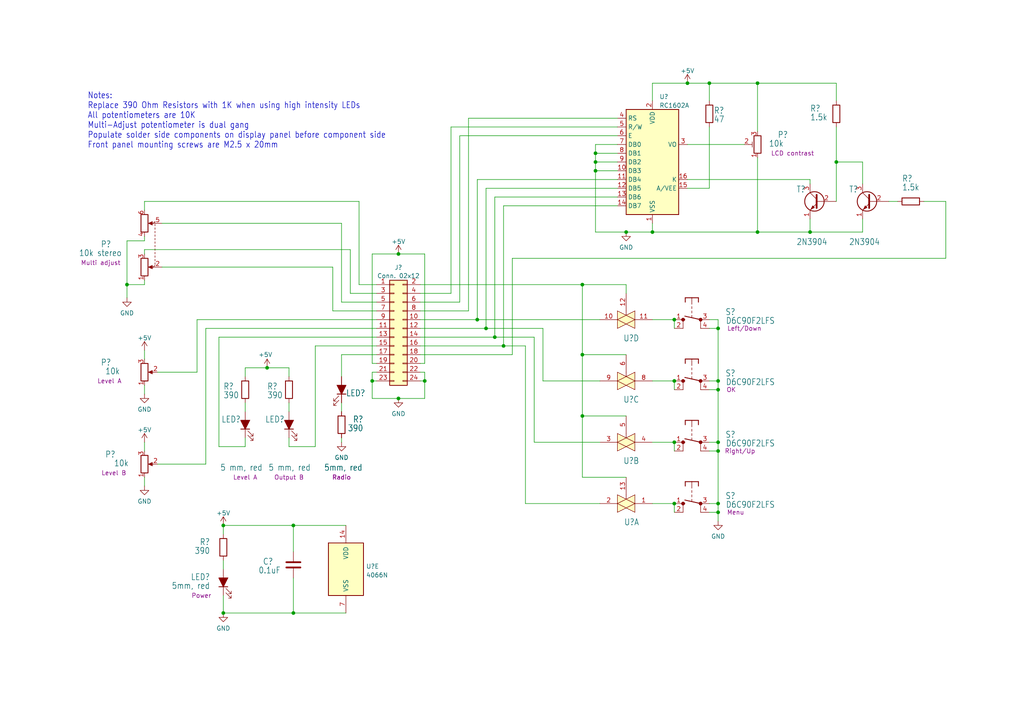
<source format=kicad_sch>
(kicad_sch (version 20211123) (generator eeschema)
  (paper "A4")
  (lib_symbols
    (symbol "4xxx:4066" (pin_names (offset 1.016))
      (property "Reference" "U" (at -7.62 8.89 0))
      (property "Value" "4066" (at -7.62 -8.89 0))
      (symbol "4066_1_0"
        (polyline (pts (xy 0 1.27) (xy 0 2.54)) (stroke (width 0.1524)))
        (polyline (pts (xy -2.54 0) (xy 2.54 2.54) (xy 2.54 -2.54) (xy -2.54 0)) (fill (type background)))
        (polyline (pts (xy -2.54 2.54) (xy 2.54 0) (xy -2.54 -2.54) (xy -2.54 2.54)) (fill (type background)))
        (pin passive line (at -7.62 0 0) (length 5.08) (name "~") (number "1"))
        (pin input line (at 0 7.62 270) (length 5.08) (name "~") (number "13"))
        (pin passive line (at 7.62 0 180) (length 5.08) (name "~") (number "2"))
      )
      (symbol "4066_2_0"
        (polyline (pts (xy 0 1.27) (xy 0 2.54)) (stroke (width 0.1524)))
        (polyline (pts (xy -2.54 0) (xy 2.54 2.54) (xy 2.54 -2.54) (xy -2.54 0)) (fill (type background)))
        (polyline (pts (xy -2.54 2.54) (xy 2.54 0) (xy -2.54 -2.54) (xy -2.54 2.54)) (fill (type background)))
        (pin passive line (at 7.62 0 180) (length 5.08) (name "~") (number "3"))
        (pin passive line (at -7.62 0 0) (length 5.08) (name "~") (number "4"))
        (pin input line (at 0 7.62 270) (length 5.08) (name "~") (number "5"))
      )
      (symbol "4066_3_0"
        (polyline (pts (xy 0 1.27) (xy 0 2.54)) (stroke (width 0.1524)))
        (polyline (pts (xy -2.54 0) (xy 2.54 2.54) (xy 2.54 -2.54) (xy -2.54 0)) (fill (type background)))
        (polyline (pts (xy -2.54 2.54) (xy 2.54 0) (xy -2.54 -2.54) (xy -2.54 2.54)) (fill (type background)))
        (pin input line (at 0 7.62 270) (length 5.08) (name "~") (number "6"))
        (pin passive line (at -7.62 0 0) (length 5.08) (name "~") (number "8"))
        (pin passive line (at 7.62 0 180) (length 5.08) (name "~") (number "9"))
      )
      (symbol "4066_4_0"
        (polyline (pts (xy 0 1.27) (xy 0 2.54)) (stroke (width 0.1524)))
        (polyline (pts (xy -2.54 0) (xy 2.54 2.54) (xy 2.54 -2.54) (xy -2.54 0)) (fill (type background)))
        (polyline (pts (xy -2.54 2.54) (xy 2.54 0) (xy -2.54 -2.54) (xy -2.54 2.54)) (fill (type background)))
        (pin passive line (at 7.62 0 180) (length 5.08) (name "~") (number "10"))
        (pin passive line (at -7.62 0 0) (length 5.08) (name "~") (number "11"))
        (pin input line (at 0 7.62 270) (length 5.08) (name "~") (number "12"))
      )
      (symbol "4066_5_0"
        (pin power_in line (at 0 12.7 270) (length 5.08) (name "VDD") (number "14"))
        (pin power_in line (at 0 -12.7 90) (length 5.08) (name "VSS") (number "7"))
      )
      (symbol "4066_5_1"
        (rectangle (start -5.08 7.62) (end 5.08 -7.62) (stroke (width 0.254)) (fill (type background)))
      )
    )
    (symbol "Connector_Generic:Conn_02x12_Odd_Even" (pin_names (offset 1.016) hide)
      (property "Reference" "J" (at 1.27 15.24 0))
      (property "Value" "Conn_02x12_Odd_Even" (at 1.27 -17.78 0))
      (symbol "Conn_02x12_Odd_Even_1_1"
        (rectangle (start -1.27 -15.113) (end 0 -15.367) (stroke (width 0.1524)))
        (rectangle (start -1.27 -12.573) (end 0 -12.827) (stroke (width 0.1524)))
        (rectangle (start -1.27 -10.033) (end 0 -10.287) (stroke (width 0.1524)))
        (rectangle (start -1.27 -7.493) (end 0 -7.747) (stroke (width 0.1524)))
        (rectangle (start -1.27 -4.953) (end 0 -5.207) (stroke (width 0.1524)))
        (rectangle (start -1.27 -2.413) (end 0 -2.667) (stroke (width 0.1524)))
        (rectangle (start -1.27 0.127) (end 0 -0.127) (stroke (width 0.1524)))
        (rectangle (start -1.27 2.667) (end 0 2.413) (stroke (width 0.1524)))
        (rectangle (start -1.27 5.207) (end 0 4.953) (stroke (width 0.1524)))
        (rectangle (start -1.27 7.747) (end 0 7.493) (stroke (width 0.1524)))
        (rectangle (start -1.27 10.287) (end 0 10.033) (stroke (width 0.1524)))
        (rectangle (start -1.27 12.827) (end 0 12.573) (stroke (width 0.1524)))
        (rectangle (start -1.27 13.97) (end 3.81 -16.51) (stroke (width 0.254)) (fill (type background)))
        (rectangle (start 3.81 -15.113) (end 2.54 -15.367) (stroke (width 0.1524)))
        (rectangle (start 3.81 -12.573) (end 2.54 -12.827) (stroke (width 0.1524)))
        (rectangle (start 3.81 -10.033) (end 2.54 -10.287) (stroke (width 0.1524)))
        (rectangle (start 3.81 -7.493) (end 2.54 -7.747) (stroke (width 0.1524)))
        (rectangle (start 3.81 -4.953) (end 2.54 -5.207) (stroke (width 0.1524)))
        (rectangle (start 3.81 -2.413) (end 2.54 -2.667) (stroke (width 0.1524)))
        (rectangle (start 3.81 0.127) (end 2.54 -0.127) (stroke (width 0.1524)))
        (rectangle (start 3.81 2.667) (end 2.54 2.413) (stroke (width 0.1524)))
        (rectangle (start 3.81 5.207) (end 2.54 4.953) (stroke (width 0.1524)))
        (rectangle (start 3.81 7.747) (end 2.54 7.493) (stroke (width 0.1524)))
        (rectangle (start 3.81 10.287) (end 2.54 10.033) (stroke (width 0.1524)))
        (rectangle (start 3.81 12.827) (end 2.54 12.573) (stroke (width 0.1524)))
        (pin passive line (at -5.08 12.7 0) (length 3.81) (name "Pin_1") (number "1"))
        (pin passive line (at 7.62 2.54 180) (length 3.81) (name "Pin_10") (number "10"))
        (pin passive line (at -5.08 0 0) (length 3.81) (name "Pin_11") (number "11"))
        (pin passive line (at 7.62 0 180) (length 3.81) (name "Pin_12") (number "12"))
        (pin passive line (at -5.08 -2.54 0) (length 3.81) (name "Pin_13") (number "13"))
        (pin passive line (at 7.62 -2.54 180) (length 3.81) (name "Pin_14") (number "14"))
        (pin passive line (at -5.08 -5.08 0) (length 3.81) (name "Pin_15") (number "15"))
        (pin passive line (at 7.62 -5.08 180) (length 3.81) (name "Pin_16") (number "16"))
        (pin passive line (at -5.08 -7.62 0) (length 3.81) (name "Pin_17") (number "17"))
        (pin passive line (at 7.62 -7.62 180) (length 3.81) (name "Pin_18") (number "18"))
        (pin passive line (at -5.08 -10.16 0) (length 3.81) (name "Pin_19") (number "19"))
        (pin passive line (at 7.62 12.7 180) (length 3.81) (name "Pin_2") (number "2"))
        (pin passive line (at 7.62 -10.16 180) (length 3.81) (name "Pin_20") (number "20"))
        (pin passive line (at -5.08 -12.7 0) (length 3.81) (name "Pin_21") (number "21"))
        (pin passive line (at 7.62 -12.7 180) (length 3.81) (name "Pin_22") (number "22"))
        (pin passive line (at -5.08 -15.24 0) (length 3.81) (name "Pin_23") (number "23"))
        (pin passive line (at 7.62 -15.24 180) (length 3.81) (name "Pin_24") (number "24"))
        (pin passive line (at -5.08 10.16 0) (length 3.81) (name "Pin_3") (number "3"))
        (pin passive line (at 7.62 10.16 180) (length 3.81) (name "Pin_4") (number "4"))
        (pin passive line (at -5.08 7.62 0) (length 3.81) (name "Pin_5") (number "5"))
        (pin passive line (at 7.62 7.62 180) (length 3.81) (name "Pin_6") (number "6"))
        (pin passive line (at -5.08 5.08 0) (length 3.81) (name "Pin_7") (number "7"))
        (pin passive line (at 7.62 5.08 180) (length 3.81) (name "Pin_8") (number "8"))
        (pin passive line (at -5.08 2.54 0) (length 3.81) (name "Pin_9") (number "9"))
      )
    )
    (symbol "Device:C" (pin_numbers hide) (pin_names (offset 0.254))
      (property "Reference" "C" (at 0.635 2.54 0))
      (property "Value" "C" (at 0.635 -2.54 0))
      (symbol "C_0_1"
        (polyline (pts (xy -2.032 -0.762) (xy 2.032 -0.762)) (stroke (width 0.508)))
        (polyline (pts (xy -2.032 0.762) (xy 2.032 0.762)) (stroke (width 0.508)))
      )
      (symbol "C_1_1"
        (pin passive line (at 0 3.81 270) (length 2.794) (name "~") (number "1"))
        (pin passive line (at 0 -3.81 90) (length 2.794) (name "~") (number "2"))
      )
    )
    (symbol "Device:LED_Filled" (pin_numbers hide) (pin_names (offset 1.016) hide)
      (property "Reference" "D" (at 0 2.54 0))
      (property "Value" "LED_Filled" (at 0 -2.54 0))
      (symbol "LED_Filled_0_1"
        (polyline (pts (xy -1.27 -1.27) (xy -1.27 1.27)) (stroke (width 0.254)))
        (polyline (pts (xy -1.27 0) (xy 1.27 0)))
        (polyline (pts (xy 1.27 -1.27) (xy 1.27 1.27) (xy -1.27 0) (xy 1.27 -1.27)) (stroke (width 0.254)) (fill (type outline)))
        (polyline (pts (xy -3.048 -0.762) (xy -4.572 -2.286) (xy -3.81 -2.286) (xy -4.572 -2.286) (xy -4.572 -1.524)))
        (polyline (pts (xy -1.778 -0.762) (xy -3.302 -2.286) (xy -2.54 -2.286) (xy -3.302 -2.286) (xy -3.302 -1.524)))
      )
      (symbol "LED_Filled_1_1"
        (pin passive line (at -3.81 0 0) (length 2.54) (name "K") (number "1"))
        (pin passive line (at 3.81 0 180) (length 2.54) (name "A") (number "2"))
      )
    )
    (symbol "Device:R" (pin_numbers hide) (pin_names (offset 0))
      (property "Reference" "R" (at 2.032 0 90))
      (property "Value" "R" (at 0 0 90))
      (symbol "R_0_1"
        (rectangle (start -1.016 -2.54) (end 1.016 2.54) (stroke (width 0.254)))
      )
      (symbol "R_1_1"
        (pin passive line (at 0 3.81 270) (length 1.27) (name "~") (number "1"))
        (pin passive line (at 0 -3.81 90) (length 1.27) (name "~") (number "2"))
      )
    )
    (symbol "Device:R_Potentiometer" (pin_names (offset 1.016) hide)
      (property "Reference" "RV" (at -4.445 0 90))
      (property "Value" "R_Potentiometer" (at -2.54 0 90))
      (symbol "R_Potentiometer_0_1"
        (polyline (pts (xy 2.54 0) (xy 1.524 0)))
        (polyline (pts (xy 1.143 0) (xy 2.286 0.508) (xy 2.286 -0.508) (xy 1.143 0)) (fill (type outline)))
        (rectangle (start 1.016 2.54) (end -1.016 -2.54) (stroke (width 0.254)))
      )
      (symbol "R_Potentiometer_1_1"
        (pin passive line (at 0 3.81 270) (length 1.27) (name "1") (number "1"))
        (pin passive line (at 3.81 0 180) (length 1.27) (name "2") (number "2"))
        (pin passive line (at 0 -3.81 90) (length 1.27) (name "3") (number "3"))
      )
    )
    (symbol "Device:R_Potentiometer_Dual" (pin_names (offset 1.016) hide)
      (property "Reference" "RV" (at 0 3.81 0))
      (property "Value" "R_Potentiometer_Dual" (at 0 1.905 0))
      (symbol "R_Potentiometer_Dual_0_1"
        (rectangle (start -8.89 -1.524) (end -3.81 -3.556) (stroke (width 0.254)))
        (polyline (pts (xy -6.35 0) (xy -6.35 -1.016)))
        (polyline (pts (xy -6.35 0) (xy -6.35 -1.016)))
        (polyline (pts (xy -6.35 0) (xy -5.842 0.508)))
        (polyline (pts (xy -5.588 0.508) (xy -5.08 0.508)))
        (polyline (pts (xy -4.572 0.508) (xy -4.064 0.508)))
        (polyline (pts (xy -3.556 0.508) (xy -3.048 0.508)))
        (polyline (pts (xy -2.54 0.508) (xy -2.032 0.508)))
        (polyline (pts (xy -1.524 0.508) (xy -1.016 0.508)))
        (polyline (pts (xy -0.508 0.508) (xy 0 0.508)))
        (polyline (pts (xy 0.508 0.508) (xy 1.016 0.508)))
        (polyline (pts (xy 1.524 0.508) (xy 2.032 0.508)))
        (polyline (pts (xy 2.54 0.508) (xy 3.048 0.508)))
        (polyline (pts (xy 3.556 0.508) (xy 4.064 0.508)))
        (polyline (pts (xy 4.572 0.508) (xy 5.08 0.508)))
        (polyline (pts (xy 5.588 0.508) (xy 6.096 0.508)))
        (polyline (pts (xy 6.35 0) (xy 6.35 -1.016)))
        (polyline (pts (xy 6.35 0) (xy 6.35 -1.016)))
        (polyline (pts (xy 6.604 0.508) (xy 6.858 0.508) (xy 6.35 0)))
        (polyline (pts (xy -6.35 -1.397) (xy -6.858 -0.254) (xy -5.842 -0.254) (xy -6.35 -1.397)) (fill (type outline)))
        (polyline (pts (xy 6.35 -1.397) (xy 5.842 -0.254) (xy 6.858 -0.254) (xy 6.35 -1.397)) (fill (type outline)))
        (rectangle (start 3.81 -1.524) (end 8.89 -3.556) (stroke (width 0.254)))
      )
      (symbol "R_Potentiometer_Dual_1_1"
        (pin passive line (at -10.16 -2.54 0) (length 1.27) (name "1") (number "1"))
        (pin passive line (at -6.35 2.54 270) (length 2.54) (name "2") (number "2"))
        (pin passive line (at -2.54 -2.54 180) (length 1.27) (name "3") (number "3"))
        (pin passive line (at 2.54 -2.54 0) (length 1.27) (name "4") (number "4"))
        (pin passive line (at 6.35 2.54 270) (length 2.54) (name "5") (number "5"))
        (pin passive line (at 10.16 -2.54 180) (length 1.27) (name "6") (number "6"))
      )
    )
    (symbol "Device:R_Potentiometer_Trim" (pin_names (offset 1.016) hide)
      (property "Reference" "RV" (at -4.445 0 90))
      (property "Value" "R_Potentiometer_Trim" (at -2.54 0 90))
      (symbol "R_Potentiometer_Trim_0_1"
        (polyline (pts (xy 1.524 0.762) (xy 1.524 -0.762)))
        (polyline (pts (xy 2.54 0) (xy 1.524 0)))
        (rectangle (start 1.016 2.54) (end -1.016 -2.54) (stroke (width 0.254)))
      )
      (symbol "R_Potentiometer_Trim_1_1"
        (pin passive line (at 0 3.81 270) (length 1.27) (name "1") (number "1"))
        (pin passive line (at 3.81 0 180) (length 1.27) (name "2") (number "2"))
        (pin passive line (at 0 -3.81 90) (length 1.27) (name "3") (number "3"))
      )
    )
    (symbol "Display_Character:RC1602A"
      (property "Reference" "U" (at -6.35 16.51 0))
      (property "Value" "RC1602A" (at 2.794 16.51 0))
      (symbol "RC1602A_0_1"
        (rectangle (start -7.62 15.24) (end 7.62 -15.24) (stroke (width 0.254)) (fill (type background)))
      )
      (symbol "RC1602A_1_1"
        (pin power_in line (at 0 -17.78 90) (length 2.54) (name "VSS") (number "1"))
        (pin bidirectional line (at -10.16 -2.54 0) (length 2.54) (name "DB3") (number "10"))
        (pin bidirectional line (at -10.16 -5.08 0) (length 2.54) (name "DB4") (number "11"))
        (pin bidirectional line (at -10.16 -7.62 0) (length 2.54) (name "DB5") (number "12"))
        (pin bidirectional line (at -10.16 -10.16 0) (length 2.54) (name "DB6") (number "13"))
        (pin bidirectional line (at -10.16 -12.7 0) (length 2.54) (name "DB7") (number "14"))
        (pin power_in line (at 10.16 -7.62 180) (length 2.54) (name "A/VEE") (number "15"))
        (pin power_in line (at 10.16 -5.08 180) (length 2.54) (name "K") (number "16"))
        (pin power_in line (at 0 17.78 270) (length 2.54) (name "VDD") (number "2"))
        (pin power_in line (at 10.16 5.08 180) (length 2.54) (name "VO") (number "3"))
        (pin input line (at -10.16 12.7 0) (length 2.54) (name "RS") (number "4"))
        (pin input line (at -10.16 10.16 0) (length 2.54) (name "R/W") (number "5"))
        (pin input line (at -10.16 7.62 0) (length 2.54) (name "E") (number "6"))
        (pin bidirectional line (at -10.16 5.08 0) (length 2.54) (name "DB0") (number "7"))
        (pin bidirectional line (at -10.16 2.54 0) (length 2.54) (name "DB1") (number "8"))
        (pin bidirectional line (at -10.16 0 0) (length 2.54) (name "DB2") (number "9"))
      )
    )
    (symbol "Transistor_BJT:2N3904" (pin_names (offset 0) hide)
      (property "Reference" "Q" (at 5.08 1.905 0))
      (property "Value" "2N3904" (at 5.08 0 0))
      (symbol "2N3904_0_1"
        (polyline (pts (xy 0.635 0.635) (xy 2.54 2.54)))
        (polyline (pts (xy 0.635 -0.635) (xy 2.54 -2.54) (xy 2.54 -2.54)))
        (polyline (pts (xy 0.635 1.905) (xy 0.635 -1.905) (xy 0.635 -1.905)) (stroke (width 0.508)))
        (polyline (pts (xy 1.27 -1.778) (xy 1.778 -1.27) (xy 2.286 -2.286) (xy 1.27 -1.778) (xy 1.27 -1.778)) (fill (type outline)))
        (circle (center 1.27 0) (radius 2.8194) (stroke (width 0.254)))
      )
      (symbol "2N3904_1_1"
        (pin passive line (at 2.54 -5.08 90) (length 2.54) (name "E") (number "1"))
        (pin passive line (at -5.08 0 0) (length 5.715) (name "B") (number "2"))
        (pin passive line (at 2.54 5.08 270) (length 2.54) (name "C") (number "3"))
      )
    )
    (symbol "mk312-eagle-import:DTE6K"
      (property "Reference" "S" (at -6.985 -1.905 90))
      (property "Value" "DTE6K" (at -4.445 2.54 90))
      (symbol "DTE6K_1_0"
        (circle (center 0 -2.54) (radius 0.127) (stroke (width 0.4064)))
        (polyline (pts (xy -6.35 -1.905) (xy -5.08 -1.905)) (stroke (width 0.254)))
        (polyline (pts (xy -6.35 0) (xy -6.35 -1.905)) (stroke (width 0.254)))
        (polyline (pts (xy -6.35 0) (xy -4.445 0)) (stroke (width 0.1524)))
        (polyline (pts (xy -6.35 1.905) (xy -6.35 0)) (stroke (width 0.254)))
        (polyline (pts (xy -6.35 1.905) (xy -5.08 1.905)) (stroke (width 0.254)))
        (polyline (pts (xy -3.81 0) (xy -3.175 0)) (stroke (width 0.1524)))
        (polyline (pts (xy -2.54 0) (xy -1.905 0)) (stroke (width 0.1524)))
        (polyline (pts (xy -1.27 0) (xy -0.635 0)) (stroke (width 0.1524)))
        (polyline (pts (xy 0 -2.54) (xy -1.016 2.032)) (stroke (width 0.254)))
        (polyline (pts (xy 0 2.032) (xy 0 2.54)) (stroke (width 0.254)))
        (polyline (pts (xy 2.54 -2.54) (xy 0 -2.54)) (stroke (width 0.1524)))
        (polyline (pts (xy 2.54 2.54) (xy 0 2.54)) (stroke (width 0.1524)))
        (circle (center 0 2.54) (radius 0.127) (stroke (width 0.4064)))
        (pin passive line (at 0 5.08 270) (length 2.54) (name "S") (number "1"))
        (pin passive line (at 2.54 5.08 270) (length 2.54) (name "S@1") (number "2"))
        (pin passive line (at 0 -5.08 90) (length 2.54) (name "P") (number "3"))
        (pin passive line (at 2.54 -5.08 90) (length 2.54) (name "P@1") (number "4"))
      )
    )
    (symbol "power:+5V" (power) (pin_names (offset 0))
      (property "Value" "+5V" (at 0 3.556 0))
      (symbol "+5V_0_1"
        (polyline (pts (xy -0.762 1.27) (xy 0 2.54)))
        (polyline (pts (xy 0 0) (xy 0 2.54)))
        (polyline (pts (xy 0 2.54) (xy 0.762 1.27)))
      )
      (symbol "+5V_1_1"
        (pin power_in line (at 0 0 90) (length 0) hide (name "+5V") (number "1"))
      )
    )
    (symbol "power:GND" (power) (pin_names (offset 0))
      (property "Value" "GND" (at 0 -3.81 0))
      (symbol "GND_0_1"
        (polyline (pts (xy 0 0) (xy 0 -1.27) (xy 1.27 -1.27) (xy 0 -2.54) (xy -1.27 -1.27) (xy 0 -1.27)))
      )
      (symbol "GND_1_1"
        (pin power_in line (at 0 0 270) (length 0) hide (name "GND") (number "1"))
      )
    )
  )
  (junction (at 172.72 49.53))
  (junction (at 168.91 120.65))
  (junction (at 64.77 152.4))
  (junction (at 208.28 130.81))
  (junction (at 85.09 152.4))
  (junction (at 195.58 92.71))
  (junction (at 172.72 44.45))
  (junction (at 64.77 177.8))
  (junction (at 208.28 148.59))
  (junction (at 138.43 92.71))
  (junction (at 115.57 73.66))
  (junction (at 208.28 146.05))
  (junction (at 168.91 102.87))
  (junction (at 115.57 115.57))
  (junction (at 208.28 95.25))
  (junction (at 140.97 95.25))
  (junction (at 195.58 128.27))
  (junction (at 181.61 67.31))
  (junction (at 234.95 67.31))
  (junction (at 208.28 113.03))
  (junction (at 77.47 106.68))
  (junction (at 168.91 82.55))
  (junction (at 219.71 67.31))
  (junction (at 146.05 100.33))
  (junction (at 107.95 110.49))
  (junction (at 195.58 110.49))
  (junction (at 199.39 24.13))
  (junction (at 85.09 177.8))
  (junction (at 143.51 97.79))
  (junction (at 123.19 110.49))
  (junction (at 36.83 82.55))
  (junction (at 189.23 67.31))
  (junction (at 205.74 24.13))
  (junction (at 242.57 46.99))
  (junction (at 219.71 24.13))
  (junction (at 208.28 110.49))
  (junction (at 195.58 146.05))
  (junction (at 208.28 128.27))
  (junction (at 172.72 46.99))
  (wire (pts (xy 250.19 46.99) (xy 250.19 53.34)))
  (wire (pts (xy 172.72 44.45) (xy 179.07 44.45)))
  (wire (pts (xy 41.91 73.66) (xy 41.91 72.39)))
  (wire (pts (xy 91.44 100.33) (xy 91.44 129.54)))
  (wire (pts (xy 83.82 127) (xy 83.82 129.54)))
  (wire (pts (xy 36.83 82.55) (xy 36.83 86.36)))
  (wire (pts (xy 138.43 92.71) (xy 138.43 52.07)))
  (wire (pts (xy 189.23 146.05) (xy 195.58 146.05)))
  (wire (pts (xy 63.5 97.79) (xy 109.22 97.79)))
  (wire (pts (xy 107.95 110.49) (xy 107.95 115.57)))
  (wire (pts (xy 168.91 120.65) (xy 181.61 120.65)))
  (wire (pts (xy 219.71 45.72) (xy 219.71 67.31)))
  (wire (pts (xy 85.09 167.64) (xy 85.09 177.8)))
  (wire (pts (xy 179.07 41.91) (xy 172.72 41.91)))
  (wire (pts (xy 41.91 81.28) (xy 41.91 82.55)))
  (wire (pts (xy 64.77 172.72) (xy 64.77 177.8)))
  (wire (pts (xy 181.61 82.55) (xy 181.61 85.09)))
  (wire (pts (xy 109.22 90.17) (xy 96.52 90.17)))
  (wire (pts (xy 99.06 116.84) (xy 99.06 119.38)))
  (wire (pts (xy 267.97 58.42) (xy 274.32 58.42)))
  (wire (pts (xy 96.52 90.17) (xy 96.52 77.47)))
  (wire (pts (xy 57.15 92.71) (xy 57.15 107.95)))
  (wire (pts (xy 121.92 82.55) (xy 168.91 82.55)))
  (wire (pts (xy 172.72 46.99) (xy 179.07 46.99)))
  (wire (pts (xy 71.12 106.68) (xy 77.47 106.68)))
  (wire (pts (xy 208.28 110.49) (xy 208.28 113.03)))
  (wire (pts (xy 181.61 102.87) (xy 168.91 102.87)))
  (wire (pts (xy 168.91 120.65) (xy 168.91 138.43)))
  (wire (pts (xy 154.94 97.79) (xy 154.94 128.27)))
  (wire (pts (xy 41.91 101.6) (xy 41.91 104.14)))
  (wire (pts (xy 121.92 110.49) (xy 123.19 110.49)))
  (wire (pts (xy 205.74 54.61) (xy 205.74 36.83)))
  (wire (pts (xy 172.72 44.45) (xy 172.72 46.99)))
  (wire (pts (xy 109.22 87.63) (xy 99.06 87.63)))
  (wire (pts (xy 146.05 59.69) (xy 179.07 59.69)))
  (wire (pts (xy 199.39 54.61) (xy 205.74 54.61)))
  (wire (pts (xy 205.74 130.81) (xy 208.28 130.81)))
  (wire (pts (xy 121.92 90.17) (xy 135.89 90.17)))
  (wire (pts (xy 121.92 105.41) (xy 123.19 105.41)))
  (wire (pts (xy 189.23 64.77) (xy 189.23 67.31)))
  (wire (pts (xy 99.06 102.87) (xy 109.22 102.87)))
  (wire (pts (xy 41.91 58.42) (xy 104.14 58.42)))
  (wire (pts (xy 205.74 95.25) (xy 208.28 95.25)))
  (wire (pts (xy 148.59 102.87) (xy 148.59 74.93)))
  (wire (pts (xy 107.95 115.57) (xy 115.57 115.57)))
  (wire (pts (xy 121.92 87.63) (xy 133.35 87.63)))
  (wire (pts (xy 85.09 152.4) (xy 85.09 160.02)))
  (wire (pts (xy 115.57 73.66) (xy 107.95 73.66)))
  (wire (pts (xy 91.44 100.33) (xy 109.22 100.33)))
  (wire (pts (xy 168.91 102.87) (xy 168.91 120.65)))
  (wire (pts (xy 189.23 128.27) (xy 195.58 128.27)))
  (wire (pts (xy 242.57 29.21) (xy 242.57 24.13)))
  (wire (pts (xy 143.51 57.15) (xy 143.51 97.79)))
  (wire (pts (xy 242.57 36.83) (xy 242.57 46.99)))
  (wire (pts (xy 242.57 46.99) (xy 242.57 58.42)))
  (wire (pts (xy 199.39 52.07) (xy 234.95 52.07)))
  (wire (pts (xy 219.71 67.31) (xy 189.23 67.31)))
  (wire (pts (xy 121.92 95.25) (xy 140.97 95.25)))
  (wire (pts (xy 46.99 64.77) (xy 99.06 64.77)))
  (wire (pts (xy 195.58 146.05) (xy 195.58 148.59)))
  (wire (pts (xy 205.74 110.49) (xy 208.28 110.49)))
  (wire (pts (xy 41.91 72.39) (xy 101.6 72.39)))
  (wire (pts (xy 123.19 115.57) (xy 123.19 110.49)))
  (wire (pts (xy 130.81 36.83) (xy 130.81 85.09)))
  (wire (pts (xy 123.19 107.95) (xy 121.92 107.95)))
  (wire (pts (xy 91.44 129.54) (xy 83.82 129.54)))
  (wire (pts (xy 205.74 92.71) (xy 208.28 92.71)))
  (wire (pts (xy 99.06 109.22) (xy 99.06 102.87)))
  (wire (pts (xy 140.97 95.25) (xy 157.48 95.25)))
  (wire (pts (xy 250.19 67.31) (xy 250.19 63.5)))
  (wire (pts (xy 199.39 24.13) (xy 205.74 24.13)))
  (wire (pts (xy 208.28 146.05) (xy 208.28 148.59)))
  (wire (pts (xy 71.12 116.84) (xy 71.12 119.38)))
  (wire (pts (xy 195.58 128.27) (xy 195.58 130.81)))
  (wire (pts (xy 121.92 102.87) (xy 148.59 102.87)))
  (wire (pts (xy 135.89 34.29) (xy 179.07 34.29)))
  (wire (pts (xy 168.91 138.43) (xy 181.61 138.43)))
  (wire (pts (xy 195.58 92.71) (xy 195.58 95.25)))
  (wire (pts (xy 109.22 92.71) (xy 57.15 92.71)))
  (wire (pts (xy 104.14 82.55) (xy 104.14 58.42)))
  (wire (pts (xy 121.92 97.79) (xy 143.51 97.79)))
  (wire (pts (xy 45.72 107.95) (xy 57.15 107.95)))
  (wire (pts (xy 189.23 24.13) (xy 199.39 24.13)))
  (wire (pts (xy 63.5 97.79) (xy 63.5 129.54)))
  (wire (pts (xy 205.74 29.21) (xy 205.74 24.13)))
  (wire (pts (xy 208.28 128.27) (xy 208.28 130.81)))
  (wire (pts (xy 140.97 95.25) (xy 140.97 54.61)))
  (wire (pts (xy 46.99 77.47) (xy 96.52 77.47)))
  (wire (pts (xy 189.23 24.13) (xy 189.23 29.21)))
  (wire (pts (xy 83.82 106.68) (xy 83.82 109.22)))
  (wire (pts (xy 36.83 69.85) (xy 36.83 82.55)))
  (wire (pts (xy 107.95 73.66) (xy 107.95 105.41)))
  (wire (pts (xy 130.81 36.83) (xy 179.07 36.83)))
  (wire (pts (xy 123.19 110.49) (xy 123.19 107.95)))
  (wire (pts (xy 85.09 177.8) (xy 100.33 177.8)))
  (wire (pts (xy 99.06 127) (xy 99.06 128.27)))
  (wire (pts (xy 173.99 110.49) (xy 157.48 110.49)))
  (wire (pts (xy 41.91 128.27) (xy 41.91 130.81)))
  (wire (pts (xy 71.12 129.54) (xy 71.12 127)))
  (wire (pts (xy 208.28 148.59) (xy 208.28 151.13)))
  (wire (pts (xy 205.74 24.13) (xy 219.71 24.13)))
  (wire (pts (xy 77.47 106.68) (xy 83.82 106.68)))
  (wire (pts (xy 219.71 24.13) (xy 219.71 38.1)))
  (wire (pts (xy 41.91 69.85) (xy 41.91 68.58)))
  (wire (pts (xy 59.69 95.25) (xy 59.69 134.62)))
  (wire (pts (xy 146.05 100.33) (xy 146.05 59.69)))
  (wire (pts (xy 173.99 128.27) (xy 154.94 128.27)))
  (wire (pts (xy 172.72 49.53) (xy 172.72 67.31)))
  (wire (pts (xy 71.12 109.22) (xy 71.12 106.68)))
  (wire (pts (xy 274.32 74.93) (xy 274.32 58.42)))
  (wire (pts (xy 107.95 107.95) (xy 107.95 110.49)))
  (wire (pts (xy 208.28 95.25) (xy 208.28 110.49)))
  (wire (pts (xy 115.57 115.57) (xy 123.19 115.57)))
  (wire (pts (xy 107.95 110.49) (xy 109.22 110.49)))
  (wire (pts (xy 63.5 129.54) (xy 71.12 129.54)))
  (wire (pts (xy 234.95 52.07) (xy 234.95 53.34)))
  (wire (pts (xy 133.35 39.37) (xy 179.07 39.37)))
  (wire (pts (xy 64.77 152.4) (xy 64.77 154.94)))
  (wire (pts (xy 101.6 72.39) (xy 101.6 85.09)))
  (wire (pts (xy 219.71 24.13) (xy 242.57 24.13)))
  (wire (pts (xy 189.23 92.71) (xy 195.58 92.71)))
  (wire (pts (xy 109.22 107.95) (xy 107.95 107.95)))
  (wire (pts (xy 157.48 110.49) (xy 157.48 95.25)))
  (wire (pts (xy 234.95 63.5) (xy 234.95 67.31)))
  (wire (pts (xy 135.89 90.17) (xy 135.89 34.29)))
  (wire (pts (xy 208.28 130.81) (xy 208.28 146.05)))
  (wire (pts (xy 179.07 57.15) (xy 143.51 57.15)))
  (wire (pts (xy 41.91 82.55) (xy 36.83 82.55)))
  (wire (pts (xy 64.77 152.4) (xy 85.09 152.4)))
  (wire (pts (xy 152.4 100.33) (xy 152.4 146.05)))
  (wire (pts (xy 109.22 95.25) (xy 59.69 95.25)))
  (wire (pts (xy 219.71 67.31) (xy 234.95 67.31)))
  (wire (pts (xy 205.74 146.05) (xy 208.28 146.05)))
  (wire (pts (xy 64.77 162.56) (xy 64.77 165.1)))
  (wire (pts (xy 123.19 73.66) (xy 115.57 73.66)))
  (wire (pts (xy 41.91 58.42) (xy 41.91 60.96)))
  (wire (pts (xy 41.91 138.43) (xy 41.91 140.97)))
  (wire (pts (xy 121.92 100.33) (xy 146.05 100.33)))
  (wire (pts (xy 133.35 87.63) (xy 133.35 39.37)))
  (wire (pts (xy 143.51 97.79) (xy 154.94 97.79)))
  (wire (pts (xy 99.06 87.63) (xy 99.06 64.77)))
  (wire (pts (xy 173.99 146.05) (xy 152.4 146.05)))
  (wire (pts (xy 138.43 52.07) (xy 179.07 52.07)))
  (wire (pts (xy 140.97 54.61) (xy 179.07 54.61)))
  (wire (pts (xy 189.23 67.31) (xy 181.61 67.31)))
  (wire (pts (xy 208.28 113.03) (xy 208.28 128.27)))
  (wire (pts (xy 138.43 92.71) (xy 173.99 92.71)))
  (wire (pts (xy 205.74 148.59) (xy 208.28 148.59)))
  (wire (pts (xy 121.92 85.09) (xy 130.81 85.09)))
  (wire (pts (xy 234.95 67.31) (xy 250.19 67.31)))
  (wire (pts (xy 181.61 67.31) (xy 172.72 67.31)))
  (wire (pts (xy 172.72 49.53) (xy 179.07 49.53)))
  (wire (pts (xy 146.05 100.33) (xy 152.4 100.33)))
  (wire (pts (xy 83.82 116.84) (xy 83.82 119.38)))
  (wire (pts (xy 64.77 177.8) (xy 85.09 177.8)))
  (wire (pts (xy 195.58 110.49) (xy 195.58 113.03)))
  (wire (pts (xy 189.23 110.49) (xy 195.58 110.49)))
  (wire (pts (xy 148.59 74.93) (xy 274.32 74.93)))
  (wire (pts (xy 257.81 58.42) (xy 260.35 58.42)))
  (wire (pts (xy 172.72 46.99) (xy 172.72 49.53)))
  (wire (pts (xy 109.22 82.55) (xy 104.14 82.55)))
  (wire (pts (xy 36.83 69.85) (xy 41.91 69.85)))
  (wire (pts (xy 208.28 92.71) (xy 208.28 95.25)))
  (wire (pts (xy 59.69 134.62) (xy 45.72 134.62)))
  (wire (pts (xy 41.91 111.76) (xy 41.91 114.3)))
  (wire (pts (xy 168.91 82.55) (xy 181.61 82.55)))
  (wire (pts (xy 107.95 105.41) (xy 109.22 105.41)))
  (wire (pts (xy 242.57 46.99) (xy 250.19 46.99)))
  (wire (pts (xy 168.91 82.55) (xy 168.91 102.87)))
  (wire (pts (xy 85.09 152.4) (xy 100.33 152.4)))
  (wire (pts (xy 101.6 85.09) (xy 109.22 85.09)))
  (wire (pts (xy 199.39 41.91) (xy 215.9 41.91)))
  (wire (pts (xy 205.74 113.03) (xy 208.28 113.03)))
  (wire (pts (xy 205.74 128.27) (xy 208.28 128.27)))
  (wire (pts (xy 121.92 92.71) (xy 138.43 92.71)))
  (wire (pts (xy 172.72 41.91) (xy 172.72 44.45)))
  (wire (pts (xy 123.19 105.41) (xy 123.19 73.66)))
  (text "Notes:\nReplace 390 Ohm Resistors with 1K when using high intensity LEDs\nAll potentiometers are 10K\nMulti-Adjust potentiometer is dual gang\nPopulate solder side components on display panel before component side\nFront panel mounting screws are M2.5 x 20mm" (at 25.4 43.18 0) (effects (font (size 1.778 1.5113)) (justify left bottom)))
  (symbol (lib_id "power:+5V") (at 199.39 24.13 0) (unit 1)
    (property "Reference" "#PWR?" (effects hide))
    (property "Value" "+5V" (at 199.39 20.5542 0))
  )
  (symbol (lib_id "Device:R_Potentiometer") (at 41.91 134.62 0) (mirror x) (unit 1)
    (property "Reference" "P?" (at 30.48 130.81 0) (effects (font (size 1.778 1.5113)) (justify left bottom)))
    (property "Value" "10k" (at 33.02 133.35 0) (effects (font (size 1.778 1.5113)) (justify left bottom)))
    (property "Footprint" "Potentiometer_THT:Potentiometer_Alps_RK09L_Single_Vertical" (effects hide))
    (property "Function" "Level B" (at 33.02 137.16 0))
  )
  (symbol (lib_id "power:GND") (at 181.61 67.31 0) (mirror y) (unit 1)
    (property "Reference" "#PWR?" (effects hide))
    (property "Value" "GND" (at 181.61 71.7534 0))
  )
  (symbol (lib_id "power:+5V") (at 77.47 106.68 0) (unit 1)
    (property "Reference" "#PWR?" (effects hide))
    (property "Value" "+5V" (at 74.93 102.87 0) (effects (justify left)))
  )
  (symbol (lib_id "Device:LED_Filled") (at 83.82 123.19 90) (unit 1)
    (property "Reference" "LED?" (at 82.55 120.65 90) (effects (font (size 1.778 1.5113)) (justify left bottom)))
    (property "Value" "5 mm, red" (at 90.17 134.62 90) (effects (font (size 1.778 1.5113)) (justify left bottom)))
    (property "Footprint" "LED_THT:LED_D5.0mm" (effects hide))
    (property "Function" "Output B" (at 83.82 138.43 90))
  )
  (symbol (lib_id "Device:R") (at 99.06 123.19 180) (unit 1)
    (property "Reference" "R?" (at 105.41 120.65 0) (effects (font (size 1.778 1.5113)) (justify left bottom)))
    (property "Value" "390" (at 105.41 123.19 0) (effects (font (size 1.778 1.5113)) (justify left bottom)))
    (property "Footprint" "Resistor_THT:R_Axial_DIN0207_L6.3mm_D2.5mm_P10.16mm_Horizontal" (effects hide))
  )
  (symbol (lib_id "Device:R_Potentiometer_Dual") (at 44.45 71.12 270) (mirror x) (unit 1)
    (property "Reference" "P?" (at 29.21 69.85 90) (effects (font (size 1.778 1.5113)) (justify left bottom)))
    (property "Value" "10k stereo" (at 22.86 72.39 90) (effects (font (size 1.778 1.5113)) (justify left bottom)))
    (property "Footprint" "Potentiometer_THT:Potentiometer_Alps_RK09L_Double_Vertical" (effects hide))
    (property "Comment" "ALPS 9mm snap in" (effects hide))
    (property "Function" "Multi adjust" (at 29.21 76.2 90))
  )
  (symbol (lib_id "Device:C") (at 85.09 163.83 0) (unit 1)
    (property "Reference" "C?" (at 76.2 163.83 0) (effects (font (size 1.778 1.5113)) (justify left bottom)))
    (property "Value" "0.1uF" (at 74.93 166.37 0) (effects (font (size 1.778 1.5113)) (justify left bottom)))
    (property "Footprint" "Capacitor_THT:C_Disc_D3.4mm_W2.1mm_P2.50mm" (effects hide))
  )
  (symbol (lib_id "power:+5V") (at 41.91 101.6 0) (unit 1)
    (property "Reference" "#PWR?" (effects hide))
    (property "Value" "+5V" (at 41.91 98.0242 0))
  )
  (symbol (lib_id "Device:R") (at 205.74 33.02 0) (unit 1)
    (property "Reference" "R?" (at 207.01 33.02 0) (effects (font (size 1.778 1.5113)) (justify left bottom)))
    (property "Value" "47" (at 207.01 35.56 0) (effects (font (size 1.778 1.5113)) (justify left bottom)))
    (property "Footprint" "Resistor_THT:R_Axial_DIN0207_L6.3mm_D2.5mm_P10.16mm_Horizontal" (effects hide))
  )
  (symbol (lib_id "Display_Character:RC1602A") (at 189.23 46.99 0) (unit 1)
    (property "Reference" "U?" (at 191.2494 28.0502 0) (effects (justify left)))
    (property "Value" "RC1602A" (at 191.2494 30.5871 0) (effects (justify left)))
    (property "Footprint" "Display:WC1602A" (effects hide))
    (property "Datasheet" "http://www.raystar-optronics.com/down.php?ProID=18" (effects hide))
  )
  (symbol (lib_id "power:+5V") (at 41.91 128.27 0) (unit 1)
    (property "Reference" "#PWR?" (effects hide))
    (property "Value" "+5V" (at 41.91 124.6942 0))
  )
  (symbol (lib_id "mk312-eagle-import:DTE6K") (at 200.66 128.27 90) (mirror x) (unit 1)
    (property "Reference" "S?" (at 213.36 127 90) (effects (font (size 1.778 1.5113)) (justify left bottom)))
    (property "Value" "D6C90F2LFS" (at 224.79 129.54 90) (effects (font (size 1.778 1.5113)) (justify left bottom)))
    (property "Footprint" "mk312:DTE6K" (effects hide))
    (property "Function" "Right/Up" (at 214.63 130.81 90))
  )
  (symbol (lib_id "Device:R_Potentiometer") (at 41.91 107.95 0) (mirror x) (unit 1)
    (property "Reference" "P?" (at 29.21 104.14 0) (effects (font (size 1.778 1.5113)) (justify left bottom)))
    (property "Value" "10k" (at 30.48 106.68 0) (effects (font (size 1.778 1.5113)) (justify left bottom)))
    (property "Footprint" "Potentiometer_THT:Potentiometer_Alps_RK09L_Single_Vertical" (effects hide))
    (property "Function" "Level A" (at 31.75 110.49 0))
  )
  (symbol (lib_id "power:+5V") (at 115.57 73.66 0) (unit 1)
    (property "Reference" "#PWR?" (effects hide))
    (property "Value" "+5V" (at 115.57 70.0842 0))
  )
  (symbol (lib_id "mk312-eagle-import:DTE6K") (at 200.66 110.49 90) (mirror x) (unit 1)
    (property "Reference" "S?" (at 213.36 109.22 90) (effects (font (size 1.778 1.5113)) (justify left bottom)))
    (property "Value" "D6C90F2LFS" (at 224.79 111.76 90) (effects (font (size 1.778 1.5113)) (justify left bottom)))
    (property "Footprint" "mk312:DTE6K" (effects hide))
    (property "Function" "OK" (at 212.09 113.03 90))
  )
  (symbol (lib_id "Device:LED_Filled") (at 64.77 168.91 90) (unit 1)
    (property "Reference" "LED?" (at 60.96 166.37 90) (effects (font (size 1.778 1.5113)) (justify left bottom)))
    (property "Value" "5mm, red" (at 60.96 168.91 90) (effects (font (size 1.778 1.5113)) (justify left bottom)))
    (property "Footprint" "LED_THT:LED_D5.0mm" (effects hide))
    (property "Function" "Power" (at 58.42 172.72 90))
  )
  (symbol (lib_id "Device:R") (at 64.77 158.75 180) (unit 1)
    (property "Reference" "R?" (at 60.96 156.21 0) (effects (font (size 1.778 1.5113)) (justify left bottom)))
    (property "Value" "390" (at 60.96 158.75 0) (effects (font (size 1.778 1.5113)) (justify left bottom)))
    (property "Footprint" "Resistor_THT:R_Axial_DIN0207_L6.3mm_D2.5mm_P10.16mm_Horizontal" (effects hide))
  )
  (symbol (lib_id "power:GND") (at 208.28 151.13 0) (mirror y) (unit 1)
    (property "Reference" "#PWR?" (effects hide))
    (property "Value" "GND" (at 208.28 155.5734 0))
  )
  (symbol (lib_id "power:GND") (at 41.91 140.97 0) (mirror y) (unit 1)
    (property "Reference" "#PWR?" (effects hide))
    (property "Value" "GND" (at 41.91 145.4134 0))
  )
  (symbol (lib_id "4xxx:4066") (at 181.61 146.05 0) (mirror y) (unit 1)
    (property "Reference" "U?" (at 185.42 152.4 0) (effects (font (size 1.778 1.5113)) (justify left bottom)))
    (property "Value" "4066N" (effects hide))
    (property "Footprint" "Package_DIP:DIP-14_W7.62mm" (effects hide))
    (property "Datasheet" "http://www.ti.com/lit/ds/symlink/cd4066b.pdf" (effects hide))
  )
  (symbol (lib_id "power:GND") (at 115.57 115.57 0) (mirror y) (unit 1)
    (property "Reference" "#PWR?" (effects hide))
    (property "Value" "GND" (at 115.57 120.0134 0))
  )
  (symbol (lib_id "Device:LED_Filled") (at 99.06 113.03 270) (mirror x) (unit 1)
    (property "Reference" "LED?" (at 100.33 113.03 90) (effects (font (size 1.778 1.5113)) (justify left bottom)))
    (property "Value" "5mm, red" (at 93.98 134.62 90) (effects (font (size 1.778 1.5113)) (justify left bottom)))
    (property "Footprint" "LED_THT:LED_D5.0mm" (effects hide))
    (property "Function" "Radio" (at 99.06 138.43 90))
  )
  (symbol (lib_id "Device:R") (at 264.16 58.42 270) (mirror x) (unit 1)
    (property "Reference" "R?" (at 261.62 50.8 90) (effects (font (size 1.778 1.5113)) (justify left bottom)))
    (property "Value" "1.5k" (at 261.62 53.34 90) (effects (font (size 1.778 1.5113)) (justify left bottom)))
    (property "Footprint" "Resistor_THT:R_Axial_DIN0207_L6.3mm_D2.5mm_P10.16mm_Horizontal" (effects hide))
  )
  (symbol (lib_id "mk312-eagle-import:DTE6K") (at 200.66 146.05 90) (mirror x) (unit 1)
    (property "Reference" "S?" (at 213.36 144.78 90) (effects (font (size 1.778 1.5113)) (justify left bottom)))
    (property "Value" "D6C90F2LFS" (at 224.79 147.32 90) (effects (font (size 1.778 1.5113)) (justify left bottom)))
    (property "Footprint" "mk312:DTE6K" (effects hide))
    (property "Function" "Menu" (at 213.36 148.59 90))
  )
  (symbol (lib_id "4xxx:4066") (at 181.61 128.27 0) (mirror y) (unit 2)
    (property "Reference" "U?" (at 185.42 134.62 0) (effects (font (size 1.778 1.5113)) (justify left bottom)))
    (property "Value" "4066N" (effects hide))
    (property "Footprint" "Package_DIP:DIP-14_W7.62mm" (effects hide))
    (property "Datasheet" "http://www.ti.com/lit/ds/symlink/cd4066b.pdf" (effects hide))
  )
  (symbol (lib_id "power:GND") (at 99.06 128.27 0) (mirror y) (unit 1)
    (property "Reference" "#PWR?" (effects hide))
    (property "Value" "GND" (at 99.06 132.7134 0))
  )
  (symbol (lib_id "mk312-eagle-import:DTE6K") (at 200.66 92.71 90) (mirror x) (unit 1)
    (property "Reference" "S?" (at 213.36 91.44 90) (effects (font (size 1.778 1.5113)) (justify left bottom)))
    (property "Value" "D6C90F2LFS" (at 224.79 93.98 90) (effects (font (size 1.778 1.5113)) (justify left bottom)))
    (property "Footprint" "mk312:DTE6K" (effects hide))
    (property "Function" "Left/Down" (at 215.9 95.25 90))
  )
  (symbol (lib_id "Device:R") (at 242.57 33.02 0) (mirror x) (unit 1)
    (property "Reference" "R?" (at 234.95 30.48 0) (effects (font (size 1.778 1.5113)) (justify left bottom)))
    (property "Value" "1.5k" (at 234.95 33.02 0) (effects (font (size 1.778 1.5113)) (justify left bottom)))
    (property "Footprint" "Resistor_THT:R_Axial_DIN0207_L6.3mm_D2.5mm_P10.16mm_Horizontal" (effects hide))
  )
  (symbol (lib_id "Device:R") (at 83.82 113.03 0) (unit 1)
    (property "Reference" "R?" (at 77.47 113.03 0) (effects (font (size 1.778 1.5113)) (justify left bottom)))
    (property "Value" "390" (at 77.47 115.57 0) (effects (font (size 1.778 1.5113)) (justify left bottom)))
    (property "Footprint" "Resistor_THT:R_Axial_DIN0207_L6.3mm_D2.5mm_P10.16mm_Horizontal" (effects hide))
  )
  (symbol (lib_id "4xxx:4066") (at 181.61 110.49 0) (mirror y) (unit 3)
    (property "Reference" "U?" (at 185.42 116.84 0) (effects (font (size 1.778 1.5113)) (justify left bottom)))
    (property "Value" "4066N" (effects hide))
    (property "Footprint" "Package_DIP:DIP-14_W7.62mm" (effects hide))
    (property "Datasheet" "http://www.ti.com/lit/ds/symlink/cd4066b.pdf" (effects hide))
  )
  (symbol (lib_id "power:GND") (at 41.91 114.3 0) (mirror y) (unit 1)
    (property "Reference" "#PWR?" (effects hide))
    (property "Value" "GND" (at 41.91 118.7434 0))
  )
  (symbol (lib_id "Transistor_BJT:2N3904") (at 252.73 58.42 0) (mirror y) (unit 1)
    (property "Reference" "T?" (at 248.92 55.88 0) (effects (font (size 1.778 1.5113)) (justify left bottom)))
    (property "Value" "2N3904" (at 255.27 71.12 0) (effects (font (size 1.778 1.5113)) (justify left bottom)))
    (property "Footprint" "Package_TO_SOT_THT:TO-92_Inline" (effects hide))
    (property "Datasheet" "https://www.onsemi.com/pub/Collateral/2N3903-D.PDF" (effects hide))
  )
  (symbol (lib_id "power:GND") (at 64.77 177.8 0) (mirror y) (unit 1)
    (property "Reference" "#PWR?" (effects hide))
    (property "Value" "GND" (at 64.77 182.2434 0))
  )
  (symbol (lib_id "Device:R_Potentiometer_Trim") (at 219.71 41.91 180) (unit 1)
    (property "Reference" "P?" (at 228.6 38.1 0) (effects (font (size 1.778 1.5113)) (justify left bottom)))
    (property "Value" "10k" (at 227.33 40.64 0) (effects (font (size 1.778 1.5113)) (justify left bottom)))
    (property "Footprint" "mk312:B25P" (effects hide))
    (property "Function" "LCD contrast" (at 229.87 44.45 0))
  )
  (symbol (lib_id "Device:R") (at 71.12 113.03 0) (unit 1)
    (property "Reference" "R?" (at 64.77 113.03 0) (effects (font (size 1.778 1.5113)) (justify left bottom)))
    (property "Value" "390" (at 64.77 115.57 0) (effects (font (size 1.778 1.5113)) (justify left bottom)))
    (property "Footprint" "Resistor_THT:R_Axial_DIN0207_L6.3mm_D2.5mm_P10.16mm_Horizontal" (effects hide))
  )
  (symbol (lib_id "power:+5V") (at 64.77 152.4 0) (unit 1)
    (property "Reference" "#PWR?" (effects hide))
    (property "Value" "+5V" (at 64.77 148.8242 0))
  )
  (symbol (lib_id "power:GND") (at 36.83 86.36 0) (mirror y) (unit 1)
    (property "Reference" "#PWR?" (effects hide))
    (property "Value" "GND" (at 36.83 90.8034 0))
  )
  (symbol (lib_id "Connector_Generic:Conn_02x12_Odd_Even") (at 114.3 95.25 0) (unit 1)
    (property "Reference" "J?" (at 115.57 77.5802 0))
    (property "Value" "Conn. 02x12" (at 115.57 80.01 0))
    (property "Footprint" "Connector_PinHeader_2.54mm:PinHeader_2x12_P2.54mm_Vertical" (effects hide))
  )
  (symbol (lib_id "Device:LED_Filled") (at 71.12 123.19 90) (unit 1)
    (property "Reference" "LED?" (at 69.85 120.65 90) (effects (font (size 1.778 1.5113)) (justify left bottom)))
    (property "Value" "5 mm, red" (at 76.2 134.62 90) (effects (font (size 1.778 1.5113)) (justify left bottom)))
    (property "Footprint" "LED_THT:LED_D5.0mm" (effects hide))
    (property "Function" "Level A" (at 71.12 138.43 90))
  )
  (symbol (lib_id "Transistor_BJT:2N3904") (at 237.49 58.42 0) (mirror y) (unit 1)
    (property "Reference" "T?" (at 233.68 55.88 0) (effects (font (size 1.778 1.5113)) (justify left bottom)))
    (property "Value" "2N3904" (at 240.03 71.12 0) (effects (font (size 1.778 1.5113)) (justify left bottom)))
    (property "Footprint" "Package_TO_SOT_THT:TO-92_Inline" (effects hide))
    (property "Datasheet" "https://www.onsemi.com/pub/Collateral/2N3903-D.PDF" (effects hide))
  )
  (symbol (lib_id "4xxx:4066") (at 181.61 92.71 0) (mirror y) (unit 4)
    (property "Reference" "U?" (at 185.42 99.06 0) (effects (font (size 1.778 1.5113)) (justify left bottom)))
    (property "Value" "4066N" (effects hide))
    (property "Footprint" "Package_DIP:DIP-14_W7.62mm" (effects hide))
    (property "Datasheet" "http://www.ti.com/lit/ds/symlink/cd4066b.pdf" (effects hide))
  )
  (symbol (lib_id "4xxx:4066") (at 100.33 165.1 0) (unit 5)
    (property "Reference" "U?" (at 106.172 164.2653 0) (effects (justify left)))
    (property "Value" "4066N" (at 106.172 166.8022 0) (effects (justify left)))
    (property "Footprint" "Package_DIP:DIP-14_W7.62mm" (effects hide))
    (property "Datasheet" "http://www.ti.com/lit/ds/symlink/cd4066b.pdf" (effects hide))
  )
)
</source>
